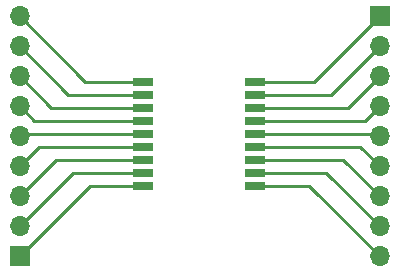
<source format=gbr>
G04 #@! TF.GenerationSoftware,KiCad,Pcbnew,(5.1.5)-3*
G04 #@! TF.CreationDate,2020-03-16T19:41:12-04:00*
G04 #@! TF.ProjectId,BreakoutGPSATGM336H,42726561-6b6f-4757-9447-50534154474d,rev?*
G04 #@! TF.SameCoordinates,Original*
G04 #@! TF.FileFunction,Copper,L1,Top*
G04 #@! TF.FilePolarity,Positive*
%FSLAX46Y46*%
G04 Gerber Fmt 4.6, Leading zero omitted, Abs format (unit mm)*
G04 Created by KiCad (PCBNEW (5.1.5)-3) date 2020-03-16 19:41:12*
%MOMM*%
%LPD*%
G04 APERTURE LIST*
%ADD10R,1.700000X1.700000*%
%ADD11O,1.700000X1.700000*%
%ADD12R,1.800000X0.700000*%
%ADD13R,1.800000X0.800000*%
%ADD14C,0.250000*%
G04 APERTURE END LIST*
D10*
X137160000Y-91440000D03*
D11*
X137160000Y-88900000D03*
X137160000Y-86360000D03*
X137160000Y-83820000D03*
X137160000Y-81280000D03*
X137160000Y-78740000D03*
X137160000Y-76200000D03*
X137160000Y-73660000D03*
X137160000Y-71120000D03*
X167640000Y-91440000D03*
X167640000Y-88900000D03*
X167640000Y-86360000D03*
X167640000Y-83820000D03*
X167640000Y-81280000D03*
X167640000Y-78740000D03*
X167640000Y-76200000D03*
X167640000Y-73660000D03*
D10*
X167640000Y-71120000D03*
D12*
X147573800Y-85502200D03*
D13*
X147573800Y-84402200D03*
X147573800Y-83302200D03*
X147573800Y-82202200D03*
X147573800Y-81102200D03*
X147573800Y-80002200D03*
X147573800Y-78902200D03*
X147573800Y-77802200D03*
D12*
X147573800Y-76702200D03*
X157073800Y-76702200D03*
D13*
X157073800Y-77802200D03*
X157073800Y-78902200D03*
X157073800Y-80002200D03*
X157073800Y-81102200D03*
X157073800Y-82202200D03*
X157073800Y-83302200D03*
X157073800Y-84402200D03*
D12*
X157073800Y-85502200D03*
D14*
X141657800Y-84402200D02*
X137160000Y-88900000D01*
X147573800Y-84402200D02*
X141657800Y-84402200D01*
X140217800Y-83302200D02*
X137160000Y-86360000D01*
X147573800Y-83302200D02*
X140217800Y-83302200D01*
X137337800Y-81102200D02*
X137160000Y-81280000D01*
X147573800Y-81102200D02*
X137337800Y-81102200D01*
X141302200Y-77802200D02*
X137160000Y-73660000D01*
X147573800Y-77802200D02*
X141302200Y-77802200D01*
X163142200Y-84402200D02*
X167640000Y-88900000D01*
X157073800Y-84402200D02*
X163142200Y-84402200D01*
X164582200Y-83302200D02*
X167640000Y-86360000D01*
X157073800Y-83302200D02*
X164582200Y-83302200D01*
X166022200Y-82202200D02*
X167640000Y-83820000D01*
X157073800Y-82202200D02*
X166022200Y-82202200D01*
X167462200Y-81102200D02*
X167640000Y-81280000D01*
X157073800Y-81102200D02*
X167462200Y-81102200D01*
X166377800Y-80002200D02*
X167640000Y-78740000D01*
X157073800Y-80002200D02*
X166377800Y-80002200D01*
X163497800Y-77802200D02*
X167640000Y-73660000D01*
X157073800Y-77802200D02*
X163497800Y-77802200D01*
X162057800Y-76702200D02*
X167640000Y-71120000D01*
X157073800Y-76702200D02*
X162057800Y-76702200D01*
X142742200Y-76702200D02*
X137160000Y-71120000D01*
X147573800Y-76702200D02*
X142742200Y-76702200D01*
X139862200Y-78902200D02*
X137160000Y-76200000D01*
X147573800Y-78902200D02*
X139862200Y-78902200D01*
X157073800Y-85502200D02*
X161702200Y-85502200D01*
X161702200Y-85502200D02*
X167640000Y-91440000D01*
X143097800Y-85502200D02*
X137160000Y-91440000D01*
X147573800Y-85502200D02*
X143097800Y-85502200D01*
X138777800Y-82202200D02*
X137160000Y-83820000D01*
X147573800Y-82202200D02*
X138777800Y-82202200D01*
X138422200Y-80002200D02*
X137160000Y-78740000D01*
X147573800Y-80002200D02*
X138422200Y-80002200D01*
X164937800Y-78902200D02*
X167640000Y-76200000D01*
X157073800Y-78902200D02*
X164937800Y-78902200D01*
M02*

</source>
